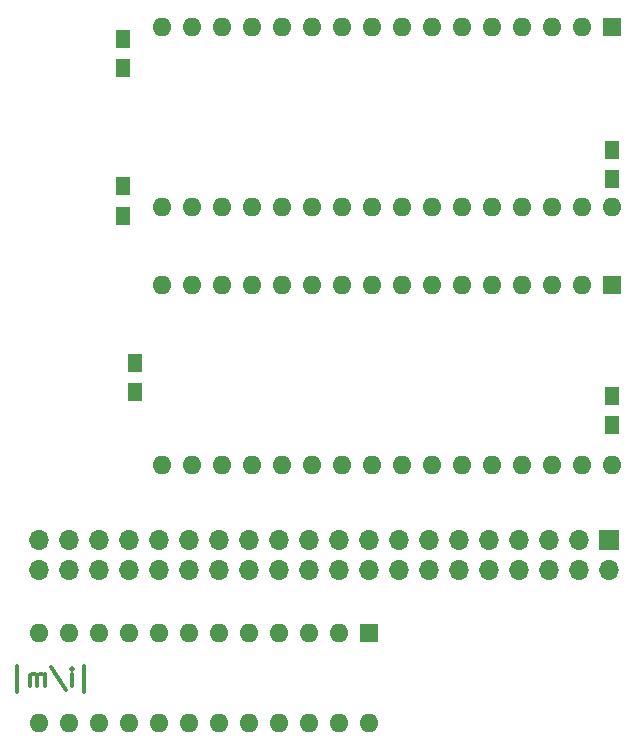
<source format=gbs>
G04 #@! TF.FileFunction,Soldermask,Bot*
%FSLAX46Y46*%
G04 Gerber Fmt 4.6, Leading zero omitted, Abs format (unit mm)*
G04 Created by KiCad (PCBNEW 4.0.7-e2-6376~58~ubuntu16.04.1) date Thu Mar 10 23:02:34 2022*
%MOMM*%
%LPD*%
G01*
G04 APERTURE LIST*
%ADD10C,0.100000*%
%ADD11C,0.300000*%
%ADD12R,1.250000X1.500000*%
%ADD13R,1.700000X1.700000*%
%ADD14O,1.700000X1.700000*%
%ADD15R,1.600000X1.600000*%
%ADD16O,1.600000X1.600000*%
G04 APERTURE END LIST*
D10*
D11*
X137223142Y-92872571D02*
X137223142Y-90729714D01*
X136151714Y-92372571D02*
X136151714Y-91372571D01*
X136151714Y-90872571D02*
X136223143Y-90944000D01*
X136151714Y-91015429D01*
X136080286Y-90944000D01*
X136151714Y-90872571D01*
X136151714Y-91015429D01*
X134366000Y-90801143D02*
X135651714Y-92729714D01*
X133865999Y-92372571D02*
X133865999Y-91372571D01*
X133865999Y-91515429D02*
X133794571Y-91444000D01*
X133651713Y-91372571D01*
X133437428Y-91372571D01*
X133294571Y-91444000D01*
X133223142Y-91586857D01*
X133223142Y-92372571D01*
X133223142Y-91586857D02*
X133151713Y-91444000D01*
X133008856Y-91372571D01*
X132794571Y-91372571D01*
X132651713Y-91444000D01*
X132580285Y-91586857D01*
X132580285Y-92372571D01*
X131508856Y-92872571D02*
X131508856Y-90729714D01*
D12*
X140462000Y-37612000D03*
X140462000Y-40112000D03*
X181864000Y-70318000D03*
X181864000Y-67818000D03*
X181864000Y-49490000D03*
X181864000Y-46990000D03*
X140462000Y-50078000D03*
X140462000Y-52578000D03*
X141478000Y-65024000D03*
X141478000Y-67524000D03*
D13*
X181610000Y-80010000D03*
D14*
X181610000Y-82550000D03*
X179070000Y-80010000D03*
X179070000Y-82550000D03*
X176530000Y-80010000D03*
X176530000Y-82550000D03*
X173990000Y-80010000D03*
X173990000Y-82550000D03*
X171450000Y-80010000D03*
X171450000Y-82550000D03*
X168910000Y-80010000D03*
X168910000Y-82550000D03*
X166370000Y-80010000D03*
X166370000Y-82550000D03*
X163830000Y-80010000D03*
X163830000Y-82550000D03*
X161290000Y-80010000D03*
X161290000Y-82550000D03*
X158750000Y-80010000D03*
X158750000Y-82550000D03*
X156210000Y-80010000D03*
X156210000Y-82550000D03*
X153670000Y-80010000D03*
X153670000Y-82550000D03*
X151130000Y-80010000D03*
X151130000Y-82550000D03*
X148590000Y-80010000D03*
X148590000Y-82550000D03*
X146050000Y-80010000D03*
X146050000Y-82550000D03*
X143510000Y-80010000D03*
X143510000Y-82550000D03*
X140970000Y-80010000D03*
X140970000Y-82550000D03*
X138430000Y-80010000D03*
X138430000Y-82550000D03*
X135890000Y-80010000D03*
X135890000Y-82550000D03*
X133350000Y-80010000D03*
X133350000Y-82550000D03*
D15*
X161290000Y-87884000D03*
D16*
X133350000Y-95504000D03*
X158750000Y-87884000D03*
X135890000Y-95504000D03*
X156210000Y-87884000D03*
X138430000Y-95504000D03*
X153670000Y-87884000D03*
X140970000Y-95504000D03*
X151130000Y-87884000D03*
X143510000Y-95504000D03*
X148590000Y-87884000D03*
X146050000Y-95504000D03*
X146050000Y-87884000D03*
X148590000Y-95504000D03*
X143510000Y-87884000D03*
X151130000Y-95504000D03*
X140970000Y-87884000D03*
X153670000Y-95504000D03*
X138430000Y-87884000D03*
X156210000Y-95504000D03*
X135890000Y-87884000D03*
X158750000Y-95504000D03*
X133350000Y-87884000D03*
X161290000Y-95504000D03*
D15*
X181864000Y-36576000D03*
D16*
X143764000Y-51816000D03*
X179324000Y-36576000D03*
X146304000Y-51816000D03*
X176784000Y-36576000D03*
X148844000Y-51816000D03*
X174244000Y-36576000D03*
X151384000Y-51816000D03*
X171704000Y-36576000D03*
X153924000Y-51816000D03*
X169164000Y-36576000D03*
X156464000Y-51816000D03*
X166624000Y-36576000D03*
X159004000Y-51816000D03*
X164084000Y-36576000D03*
X161544000Y-51816000D03*
X161544000Y-36576000D03*
X164084000Y-51816000D03*
X159004000Y-36576000D03*
X166624000Y-51816000D03*
X156464000Y-36576000D03*
X169164000Y-51816000D03*
X153924000Y-36576000D03*
X171704000Y-51816000D03*
X151384000Y-36576000D03*
X174244000Y-51816000D03*
X148844000Y-36576000D03*
X176784000Y-51816000D03*
X146304000Y-36576000D03*
X179324000Y-51816000D03*
X143764000Y-36576000D03*
X181864000Y-51816000D03*
D15*
X181864000Y-58420000D03*
D16*
X143764000Y-73660000D03*
X179324000Y-58420000D03*
X146304000Y-73660000D03*
X176784000Y-58420000D03*
X148844000Y-73660000D03*
X174244000Y-58420000D03*
X151384000Y-73660000D03*
X171704000Y-58420000D03*
X153924000Y-73660000D03*
X169164000Y-58420000D03*
X156464000Y-73660000D03*
X166624000Y-58420000D03*
X159004000Y-73660000D03*
X164084000Y-58420000D03*
X161544000Y-73660000D03*
X161544000Y-58420000D03*
X164084000Y-73660000D03*
X159004000Y-58420000D03*
X166624000Y-73660000D03*
X156464000Y-58420000D03*
X169164000Y-73660000D03*
X153924000Y-58420000D03*
X171704000Y-73660000D03*
X151384000Y-58420000D03*
X174244000Y-73660000D03*
X148844000Y-58420000D03*
X176784000Y-73660000D03*
X146304000Y-58420000D03*
X179324000Y-73660000D03*
X143764000Y-58420000D03*
X181864000Y-73660000D03*
M02*

</source>
